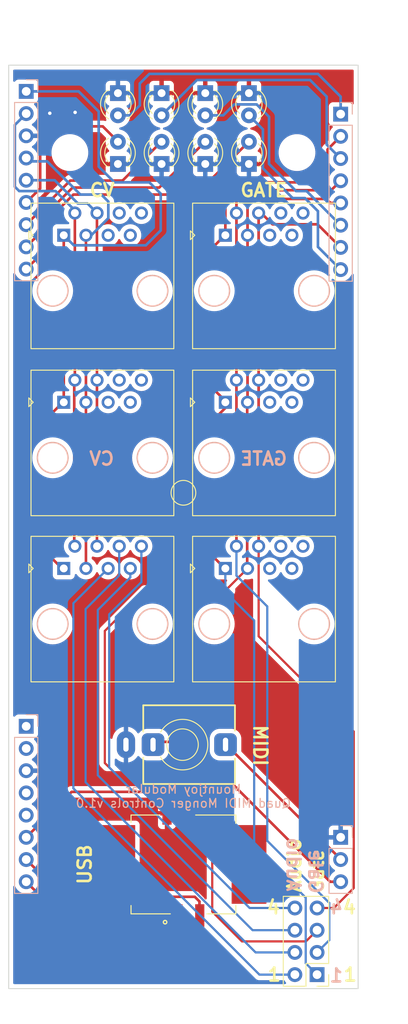
<source format=kicad_pcb>
(kicad_pcb (version 20211014) (generator pcbnew)
  (layers (0 "F.Cu" signal) (31 "B.Cu" signal) (34 "B.Paste" user) (35 "F.Paste" user) (36 "B.SilkS" user "B.Silkscreen") (37 "F.SilkS" user "F.Silkscreen") (38 "B.Mask" user) (39 "F.Mask" user) (44 "Edge.Cuts" user))
  (net 0 "")
  (net 1 "/GATE1_LED_OUT")
  (net 2 "GND")
  (net 3 "/GATE2_LED_OUT")
  (net 4 "/GATE3_LED_OUT")
  (net 5 "/GATE4_LED_OUT")
  (net 6 "/CV1_LED_OUT")
  (net 7 "/CV2_LED_OUT")
  (net 8 "/CV3_LED_OUT")
  (net 9 "/CV4_LED_OUT")
  (net 10 "/CV1_OUT")
  (net 11 "/CV2_OUT")
  (net 12 "/CV3_OUT")
  (net 13 "/CV4_OUT")
  (net 22 "/GATE1_OUT")
  (net 23 "/GATE2_OUT")
  (net 24 "/GATE3_OUT")
  (net 25 "/GATE4_OUT")
  (net 38 "/MIDI_VREF")
  (net 39 "/MIDI_DATA")
  (net 40 "/USB_VBUS")
  (net 41 "/USB_DM")
  (net 42 "/USB_DP")
  (net 45 "/GATE7_OUT")
  (net 46 "/GATE5_OUT")
  (net 47 "/GATE5_LED_OUT")
  (net 48 "/RESET_SWITCH")
  (net 49 "/AUDIO_IN1")
  (net 50 "/AUDIO_IN2")
  (net 51 "/AUDIO_IN3")
  (net 52 "/AUDIO_IN4")
  (footprint "LEDs:LED_D3.0mm" (layer "F.Cu") (at 108.5 47.6 -90)
    (fp_text reference "D1" hide)
    (fp_text value "GATE1")
    (fp_line (start -0.29 -1.236) (end -0.29 -1.08) (layer "F.SilkS") (width 0.12))
    (fp_line (start -0.29 1.08) (end -0.29 1.236) (layer "F.SilkS") (width 0.12))
    (fp_arc (start 2.31113 1.079837) (mid 1.270117 1.5) (end 0.229039 1.08) (layer "F.SilkS") (width 0.12))
    (fp_arc (start 2.942335 1.078608) (mid 1.366487 1.987659) (end -0.29 1.235516) (layer "F.SilkS") (width 0.12))
    (fp_arc (start -0.29 -1.235516) (mid 1.366487 -1.987659) (end 2.942335 -1.078608) (layer "F.SilkS") (width 0.12))
    (fp_arc (start 0.229039 -1.08) (mid 1.270117 -1.5) (end 2.31113 -1.079837) (layer "F.SilkS") (width 0.12))
    (pad "1" thru_hole rect locked (at 0 0 270) (size 1.8 1.8) (drill 0.9) (layers *.Cu *.Mask) (net 2 "GND"))
    (pad "2" thru_hole circle locked (at 2.54 0 270) (size 1.8 1.8) (drill 0.9) (layers *.Cu *.Mask) (net 1 "/GATE1_LED_OUT"))
  )
  (footprint "LEDs:LED_D3.0mm" (layer "F.Cu") (at 113.5 47.6 -90)
    (fp_text reference "D2" hide)
    (fp_text value "GATE2")
    (fp_line (start -0.29 -1.236) (end -0.29 -1.08) (layer "F.SilkS") (width 0.12))
    (fp_line (start -0.29 1.08) (end -0.29 1.236) (layer "F.SilkS") (width 0.12))
    (fp_arc (start -0.29 -1.235516) (mid 1.366487 -1.987659) (end 2.942335 -1.078608) (layer "F.SilkS") (width 0.12))
    (fp_arc (start 2.942335 1.078608) (mid 1.366487 1.987659) (end -0.29 1.235516) (layer "F.SilkS") (width 0.12))
    (fp_arc (start 2.31113 1.079837) (mid 1.270117 1.5) (end 0.229039 1.08) (layer "F.SilkS") (width 0.12))
    (fp_arc (start 0.229039 -1.08) (mid 1.270117 -1.5) (end 2.31113 -1.079837) (layer "F.SilkS") (width 0.12))
    (pad "1" thru_hole rect locked (at 0 0 270) (size 1.8 1.8) (drill 0.9) (layers *.Cu *.Mask) (net 2 "GND"))
    (pad "2" thru_hole circle locked (at 2.54 0 270) (size 1.8 1.8) (drill 0.9) (layers *.Cu *.Mask) (net 3 "/GATE2_LED_OUT"))
  )
  (footprint "LEDs:LED_D3.0mm" (layer "F.Cu") (at 123.5 47.6 -90)
    (fp_text reference "D4" hide)
    (fp_text value "GATE4")
    (fp_line (start -0.29 1.08) (end -0.29 1.236) (layer "F.SilkS") (width 0.12))
    (fp_line (start -0.29 -1.236) (end -0.29 -1.08) (layer "F.SilkS") (width 0.12))
    (fp_arc (start -0.29 -1.235516) (mid 1.366487 -1.987659) (end 2.942335 -1.078608) (layer "F.SilkS") (width 0.12))
    (fp_arc (start 2.942335 1.078608) (mid 1.366487 1.987659) (end -0.29 1.235516) (layer "F.SilkS") (width 0.12))
    (fp_arc (start 2.31113 1.079837) (mid 1.270117 1.5) (end 0.229039 1.08) (layer "F.SilkS") (width 0.12))
    (fp_arc (start 0.229039 -1.08) (mid 1.270117 -1.5) (end 2.31113 -1.079837) (layer "F.SilkS") (width 0.12))
    (pad "1" thru_hole rect locked (at 0 0 270) (size 1.8 1.8) (drill 0.9) (layers *.Cu *.Mask) (net 2 "GND"))
    (pad "2" thru_hole circle locked (at 2.54 0 270) (size 1.8 1.8) (drill 0.9) (layers *.Cu *.Mask) (net 5 "/GATE4_LED_OUT"))
  )
  (footprint "LEDs:LED_D3.0mm" (layer "F.Cu") (at 113.5 55.7 90)
    (fp_text reference "D6" hide)
    (fp_text value "CV2")
    (fp_line (start -0.29 1.08) (end -0.29 1.236) (layer "F.SilkS") (width 0.12))
    (fp_line (start -0.29 -1.236) (end -0.29 -1.08) (layer "F.SilkS") (width 0.12))
    (fp_arc (start 0.229039 -1.08) (mid 1.270117 -1.5) (end 2.31113 -1.079837) (layer "F.SilkS") (width 0.12))
    (fp_arc (start 2.942335 1.078608) (mid 1.366487 1.987659) (end -0.29 1.235516) (layer "F.SilkS") (width 0.12))
    (fp_arc (start 2.31113 1.079837) (mid 1.270117 1.5) (end 0.229039 1.08) (layer "F.SilkS") (width 0.12))
    (fp_arc (start -0.29 -1.235516) (mid 1.366487 -1.987659) (end 2.942335 -1.078608) (layer "F.SilkS") (width 0.12))
    (pad "1" thru_hole rect locked (at 0 0 90) (size 1.8 1.8) (drill 0.9) (layers *.Cu *.Mask) (net 2 "GND"))
    (pad "2" thru_hole circle locked (at 2.54 0 90) (size 1.8 1.8) (drill 0.9) (layers *.Cu *.Mask) (net 7 "/CV2_LED_OUT"))
  )
  (footprint "LEDs:LED_D3.0mm" (layer "F.Cu") (at 118.5 55.7 90)
    (fp_text reference "D7" hide)
    (fp_text value "CV3")
    (fp_line (start -0.29 -1.236) (end -0.29 -1.08) (layer "F.SilkS") (width 0.12))
    (fp_line (start -0.29 1.08) (end -0.29 1.236) (layer "F.SilkS") (width 0.12))
    (fp_arc (start 2.31113 1.079837) (mid 1.270117 1.5) (end 0.229039 1.08) (layer "F.SilkS") (width 0.12))
    (fp_arc (start -0.29 -1.235516) (mid 1.366487 -1.987659) (end 2.942335 -1.078608) (layer "F.SilkS") (width 0.12))
    (fp_arc (start 0.229039 -1.08) (mid 1.270117 -1.5) (end 2.31113 -1.079837) (layer "F.SilkS") (width 0.12))
    (fp_arc (start 2.942335 1.078608) (mid 1.366487 1.987659) (end -0.29 1.235516) (layer "F.SilkS") (width 0.12))
    (pad "1" thru_hole rect locked (at 0 0 90) (size 1.8 1.8) (drill 0.9) (layers *.Cu *.Mask) (net 2 "GND"))
    (pad "2" thru_hole circle locked (at 2.54 0 90) (size 1.8 1.8) (drill 0.9) (layers *.Cu *.Mask) (net 8 "/CV3_LED_OUT"))
  )
  (footprint "LEDs:LED_D3.0mm" (layer "F.Cu") (at 123.5 55.7 90)
    (fp_text reference "D8" hide)
    (fp_text value "CV4")
    (fp_line (start -0.29 -1.236) (end -0.29 -1.08) (layer "F.SilkS") (width 0.12))
    (fp_line (start -0.29 1.08) (end -0.29 1.236) (layer "F.SilkS") (width 0.12))
    (fp_arc (start -0.29 -1.235516) (mid 1.366487 -1.987659) (end 2.942335 -1.078608) (layer "F.SilkS") (width 0.12))
    (fp_arc (start 2.31113 1.079837) (mid 1.270117 1.5) (end 0.229039 1.08) (layer "F.SilkS") (width 0.12))
    (fp_arc (start 0.229039 -1.08) (mid 1.270117 -1.5) (end 2.31113 -1.079837) (layer "F.SilkS") (width 0.12))
    (fp_arc (start 2.942335 1.078608) (mid 1.366487 1.987659) (end -0.29 1.235516) (layer "F.SilkS") (width 0.12))
    (pad "1" thru_hole rect locked (at 0 0 90) (size 1.8 1.8) (drill 0.9) (layers *.Cu *.Mask) (net 2 "GND"))
    (pad "2" thru_hole circle locked (at 2.54 0 90) (size 1.8 1.8) (drill 0.9) (layers *.Cu *.Mask) (net 9 "/CV4_LED_OUT"))
  )
  (footprint "LEDs:LED_D3.0mm" (layer "F.Cu") (at 118.5 47.6 -90)
    (fp_text reference "D3" hide)
    (fp_text value "GATE3")
    (fp_line (start -0.29 -1.236) (end -0.29 -1.08) (layer "F.SilkS") (width 0.12))
    (fp_line (start -0.29 1.08) (end -0.29 1.236) (layer "F.SilkS") (width 0.12))
    (fp_arc (start 2.31113 1.079837) (mid 1.270117 1.5) (end 0.229039 1.08) (layer "F.SilkS") (width 0.12))
    (fp_arc (start 2.942335 1.078608) (mid 1.366487 1.987659) (end -0.29 1.235516) (layer "F.SilkS") (width 0.12))
    (fp_arc (start 0.229039 -1.08) (mid 1.270117 -1.5) (end 2.31113 -1.079837) (layer "F.SilkS") (width 0.12))
    (fp_arc (start -0.29 -1.235516) (mid 1.366487 -1.987659) (end 2.942335 -1.078608) (layer "F.SilkS") (width 0.12))
    (pad "1" thru_hole rect locked (at 0 0 270) (size 1.8 1.8) (drill 0.9) (layers *.Cu *.Mask) (net 2 "GND"))
    (pad "2" thru_hole circle locked (at 2.54 0 270) (size 1.8 1.8) (drill 0.9) (layers *.Cu *.Mask) (net 4 "/GATE3_LED_OUT"))
  )
  (footprint "LEDs:LED_D3.0mm" (layer "F.Cu") (at 108.5 55.7 90)
    (fp_text reference "D5" hide)
    (fp_text value "CV1")
    (fp_line (start -0.29 1.08) (end -0.29 1.236) (layer "F.SilkS") (width 0.12))
    (fp_line (start -0.29 -1.236) (end -0.29 -1.08) (layer "F.SilkS") (width 0.12))
    (fp_arc (start 2.31113 1.079837) (mid 1.270117 1.5) (end 0.229039 1.08) (layer "F.SilkS") (width 0.12))
    (fp_arc (start 0.229039 -1.08) (mid 1.270117 -1.5) (end 2.31113 -1.079837) (layer "F.SilkS") (width 0.12))
    (fp_arc (start -0.29 -1.235516) (mid 1.366487 -1.987659) (end 2.942335 -1.078608) (layer "F.SilkS") (width 0.12))
    (fp_arc (start 2.942335 1.078608) (mid 1.366487 1.987659) (end -0.29 1.235516) (layer "F.SilkS") (width 0.12))
    (pad "1" thru_hole rect locked (at 0 0 90) (size 1.8 1.8) (drill 0.9) (layers *.Cu *.Mask) (net 2 "GND"))
    (pad "2" thru_hole circle locked (at 2.54 0 90) (size 1.8 1.8) (drill 0.9) (layers *.Cu *.Mask) (net 6 "/CV1_LED_OUT"))
  )
  (footprint "Connector_PinHeader_2.54mm:PinHeader_2x04_P2.54mm_Vertical" (layer "F.Cu") (at 131.3 148.4 180)
    (fp_text reference "J9" hide)
    (fp_text value "Conn_02x04_Odd_Even")
    (fp_line (start -1.33 8.95) (end 3.87 8.95) (layer "F.SilkS") (width 0.12))
    (fp_line (start -1.33 1.27) (end 1.27 1.27) (layer "F.SilkS") (width 0.12))
    (fp_line (start -1.33 1.27) (end -1.33 8.95) (layer "F.SilkS") (width 0.12))
    (fp_line (start -1.33 -1.33) (end 0 -1.33) (layer "F.SilkS") (width 0.12))
    (fp_line (start 3.87 -1.33) (end 3.87 8.95) (layer "F.SilkS") (width 0.12))
    (fp_line (start 1.27 1.27) (end 1.27 -1.33) (layer "F.SilkS") (width 0.12))
    (fp_line (start -1.33 0) (end -1.33 -1.33) (layer "F.SilkS") (width 0.12))
    (fp_line (start 1.27 -1.33) (end 3.87 -1.33) (layer "F.SilkS") (width 0.12))
    (pad "1" thru_hole rect (at 0 0 180) (size 1.7 1.7) (drill 1) (layers *.Cu *.Mask) (net 22 "/GATE1_OUT"))
    (pad "2" thru_hole oval (at 2.54 0 180) (size 1.7 1.7) (drill 1) (layers *.Cu *.Mask) (net 49 "/AUDIO_IN1"))
    (pad "3" thru_hole oval (at 0 2.54 180) (size 1.7 1.7) (drill 1) (layers *.Cu *.Mask) (net 23 "/GATE2_OUT"))
    (pad "4" thru_hole oval (at 2.54 2.54 180) (size 1.7 1.7) (drill 1) (layers *.Cu *.Mask) (net 50 "/AUDIO_IN2"))
    (pad "5" thru_hole oval (at 0 5.08 180) (size 1.7 1.7) (drill 1) (layers *.Cu *.Mask) (net 24 "/GATE3_OUT"))
    (pad "6" thru_hole oval (at 2.54 5.08 180) (size 1.7 1.7) (drill 1) (layers *.Cu *.Mask) (net 51 "/AUDIO_IN3"))
    (pad "7" thru_hole oval (at 0 7.62 180) (size 1.7 1.7) (drill 1) (layers *.Cu *.Mask) (net 25 "/GATE4_OUT"))
    (pad "8" thru_hole oval (at 2.54 7.62 180) (size 1.7 1.7) (drill 1) (layers *.Cu *.Mask) (net 52 "/AUDIO_IN4"))
  )
  (footprint "Custom_Footprints:RJ45_Molex_42878-8506" (layer "F.Cu") (at 106.7 106.6)
    (fp_text reference "J3" hide)
    (fp_text value "CV_Out")
    (fp_line (start 8.2 8.32) (end -8.15 8.32) (layer "F.SilkS") (width 0.12))
    (fp_line (start -8.4 -4.15) (end -7.9 -4.65) (layer "F.SilkS") (width 0.12))
    (fp_line (start 8.2 -8.32) (end 8.2 8.32) (layer "F.SilkS") (width 0.12))
    (fp_line (start -8.4 -5.15) (end -8.4 -4.15) (layer "F.SilkS") (width 0.12))
    (fp_line (start -8.15 -8.32) (end -8.15 8.32) (layer "F.SilkS") (width 0.12))
    (fp_line (start 8.2 -8.32) (end -8.15 -8.32) (layer "F.SilkS") (width 0.12))
    (fp_line (start -7.9 -4.65) (end -8.4 -5.15) (layer "F.SilkS") (width 0.12))
    (pad "" np_thru_hole circle (at 5.76 1.7) (size 3.65 3.65) (drill 3.33) (layers F&B.Cu *.SilkS *.Mask))
    (pad "" np_thru_hole circle (at -5.67 1.7) (size 3.65 3.65) (drill 3.33) (layers F&B.Cu *.SilkS *.Mask))
    (pad "1" thru_hole rect (at -4.4 -4.65) (size 1.5 1.5) (drill 0.9) (layers *.Cu *.Mask) (net 10 "/CV1_OUT"))
    (pad "2" thru_hole circle (at -3.13 -7.19) (size 1.5 1.5) (drill 0.9) (layers *.Cu *.Mask) (net 11 "/CV2_OUT"))
    (pad "3" thru_hole circle (at -1.86 -4.65) (size 1.5 1.5) (drill 0.9) (layers *.Cu *.Mask) (net 12 "/CV3_OUT"))
    (pad "4" thru_hole circle (at -0.59 -7.19) (size 1.5 1.5) (drill 0.9) (layers *.Cu *.Mask) (net 13 "/CV4_OUT"))
    (pad "5" thru_hole circle (at 0.68 -4.65) (size 1.5 1.5) (drill 0.9) (layers *.Cu *.Mask) (net 49 "/AUDIO_IN1"))
    (pad "6" thru_hole circle (at 1.95 -7.19) (size 1.5 1.5) (drill 0.9) (layers *.Cu *.Mask) (net 50 "/AUDIO_IN2"))
    (pad "7" thru_hole circle (at 3.22 -4.65) (size 1.5 1.5) (drill 0.9) (layers *.Cu *.Mask) (net 51 "/AUDIO_IN3"))
    (pad "8" thru_hole circle (at 4.49 -7.19) (size 1.5 1.5) (drill 0.9) (layers *.Cu *.Mask) (net 52 "/AUDIO_IN4"))
  )
  (footprint "Custom_Footprints:RJ45_Molex_42878-8506" (layer "F.Cu") (at 125.2 68.5)
    (fp_text reference "J4" hide)
    (fp_text value "Gate_Out")
    (fp_line (start -8.15 -8.32) (end -8.15 8.32) (layer "F.SilkS") (width 0.12))
    (fp_line (start -7.9 -4.65) (end -8.4 -5.15) (layer "F.SilkS") (width 0.12))
    (fp_line (start -8.4 -5.15) (end -8.4 -4.15) (layer "F.SilkS") (width 0.12))
    (fp_line (start -8.4 -4.15) (end -7.9 -4.65) (layer "F.SilkS") (width 0.12))
    (fp_line (start 8.2 -8.32) (end -8.15 -8.32) (layer "F.SilkS") (width 0.12))
    (fp_line (start 8.2 8.32) (end -8.15 8.32) (layer "F.SilkS") (width 0.12))
    (fp_line (start 8.2 -8.32) (end 8.2 8.32) (layer "F.SilkS") (width 0.12))
    (pad "" np_thru_hole circle (at 5.76 1.7) (size 3.65 3.65) (drill 3.33) (layers F&B.Cu *.SilkS *.Mask))
    (pad "" np_thru_hole circle (at -5.67 1.7) (size 3.65 3.65) (drill 3.33) (layers F&B.Cu *.SilkS *.Mask))
    (pad "1" thru_hole rect (at -4.4 -4.65) (size 1.5 1.5) (drill 0.9) (layers *.Cu *.Mask) (net 22 "/GATE1_OUT"))
    (pad "2" thru_hole circle (at -3.13 -7.19) (size 1.5 1.5) (drill 0.9) (layers *.Cu *.Mask) (net 23 "/GATE2_OUT"))
    (pad "3" thru_hole circle (at -1.86 -4.65) (size 1.5 1.5) (drill 0.9) (layers *.Cu *.Mask) (net 24 "/GATE3_OUT"))
    (pad "4" thru_hole circle (at -0.59 -7.19) (size 1.5 1.5) (drill 0.9) (layers *.Cu *.Mask) (net 25 "/GATE4_OUT"))
    (pad "5" thru_hole circle (at 0.68 -4.65) (size 1.5 1.5) (drill 0.9) (layers *.Cu *.Mask))
    (pad "6" thru_hole circle (at 1.95 -7.19) (size 1.5 1.5) (drill 0.9) (layers *.Cu *.Mask))
    (pad "7" thru_hole circle (at 3.22 -4.65) (size 1.5 1.5) (drill 0.9) (layers *.Cu *.Mask))
    (pad "8" thru_hole circle (at 4.49 -7.19) (size 1.5 1.5) (drill 0.9) (layers *.Cu *.Mask))
  )
  (footprint "Custom_Footprints:RJ45_Molex_42878-8506" (layer "F.Cu") (at 125.2 87.6)
    (fp_text reference "J5" hide)
    (fp_text value "Gate_Out")
    (fp_line (start 8.2 -8.32) (end 8.2 8.32) (layer "F.SilkS") (width 0.12))
    (fp_line (start 8.2 8.32) (end -8.15 8.32) (layer "F.SilkS") (width 0.12))
    (fp_line (start -8.4 -4.15) (end -7.9 -4.65) (layer "F.SilkS") (width 0.12))
    (fp_line (start -8.15 -8.32) (end -8.15 8.32) (layer "F.SilkS") (width 0.12))
    (fp_line (start -7.9 -4.65) (end -8.4 -5.15) (layer "F.SilkS") (width 0.12))
    (fp_line (start -8.4 -5.15) (end -8.4 -4.15) (layer "F.SilkS") (width 0.12))
    (fp_line (start 8.2 -8.32) (end -8.15 -8.32) (layer "F.SilkS") (width 0.12))
    (pad "" np_thru_hole circle (at 5.76 1.7) (size 3.65 3.65) (drill 3.33) (layers F&B.Cu *.SilkS *.Mask))
    (pad "" np_thru_hole circle (at -5.67 1.7) (size 3.65 3.65) (drill 3.33) (layers F&B.Cu *.SilkS *.Mask))
    (pad "1" thru_hole rect (at -4.4 -4.65) (size 1.5 1.5) (drill 0.9) (layers *.Cu *.Mask) (net 22 "/GATE1_OUT"))
    (pad "2" thru_hole circle (at -3.13 -7.19) (size 1.5 1.5) (drill 0.9) (layers *.Cu *.Mask) (net 23 "/GATE2_OUT"))
    (pad "3" thru_hole circle (at -1.86 -4.65) (size 1.5 1.5) (drill 0.9) (layers *.Cu *.Mask) (net 24 "/GATE3_OUT"))
    (pad "4" thru_hole circle (at -0.59 -7.19) (size 1.5 1.5) (drill 0.9) (layers *.Cu *.Mask) (net 25 "/GATE4_OUT"))
    (pad "5" thru_hole circle (at 0.68 -4.65) (size 1.5 1.5) (drill 0.9) (layers *.Cu *.Mask))
    (pad "6" thru_hole circle (at 1.95 -7.19) (size 1.5 1.5) (drill 0.9) (layers *.Cu *.Mask))
    (pad "7" thru_hole circle (at 3.22 -4.65) (size 1.5 1.5) (drill 0.9) (layers *.Cu *.Mask))
    (pad "8" thru_hole circle (at 4.49 -7.19) (size 1.5 1.5) (drill 0.9) (layers *.Cu *.Mask))
  )
  (footprint "Custom_Footprints:RJ45_Molex_42878-8506" (layer "F.Cu") (at 125.2 106.6)
    (fp_text reference "J6" hide)
    (fp_text value "Gate_Out")
    (fp_line (start 8.2 -8.32) (end -8.15 -8.32) (layer "F.SilkS") (width 0.12))
    (fp_line (start -8.4 -5.15) (end -8.4 -4.15) (layer "F.SilkS") (width 0.12))
    (fp_line (start -8.4 -4.15) (end -7.9 -4.65) (layer "F.SilkS") (width 0.12))
    (fp_line (start -7.9 -4.65) (end -8.4 -5.15) (layer "F.SilkS") (width 0.12))
    (fp_line (start 8.2 -8.32) (end 8.2 8.32) (layer "F.SilkS") (width 0.12))
    (fp_line (start -8.15 -8.32) (end -8.15 8.32) (layer "F.SilkS") (width 0.12))
    (fp_line (start 8.2 8.32) (end -8.15 8.32) (layer "F.SilkS") (width 0.12))
    (pad "" np_thru_hole circle (at 5.76 1.7) (size 3.65 3.65) (drill 3.33) (layers F&B.Cu *.SilkS *.Mask))
    (pad "" np_thru_hole circle (at -5.67 1.7) (size 3.65 3.65) (drill 3.33) (layers F&B.Cu *.SilkS *.Mask))
    (pad "1" thru_hole rect (at -4.4 -4.65) (size 1.5 1.5) (drill 0.9) (layers *.Cu *.Mask) (net 22 "/GATE1_OUT"))
    (pad "2" thru_hole circle (at -3.13 -7.19) (size 1.5 1.5) (drill 0.9) (layers *.Cu *.Mask) (net 23 "/GATE2_OUT"))
    (pad "3" thru_hole circle (at -1.86 -4.65) (size 1.5 1.5) (drill 0.9) (layers *.Cu *.Mask) (net 24 "/GATE3_OUT"))
    (pad "4" thru_hole circle (at -0.59 -7.19) (size 1.5 1.5) (drill 0.9) (layers *.Cu *.Mask) (net 25 "/GATE4_OUT"))
    (pad "5" thru_hole circle (at 0.68 -4.65) (size 1.5 1.5) (drill 0.9) (layers *.Cu *.Mask))
    (pad "6" thru_hole circle (at 1.95 -7.19) (size 1.5 1.5) (drill 0.9) (layers *.Cu *.Mask))
    (pad "7" thru_hole circle (at 3.22 -4.65) (size 1.5 1.5) (drill 0.9) (layers *.Cu *.Mask))
    (pad "8" thru_hole circle (at 4.49 -7.19) (size 1.5 1.5) (drill 0.9) (layers *.Cu *.Mask))
  )
  (footprint "Custom_Footprints:RJ45_Molex_42878-8506" (layer "F.Cu") (at 106.7 87.6)
    (fp_text reference "J2" hide)
    (fp_text value "CV_Out")
    (fp_line (start -8.4 -5.15) (end -8.4 -4.15) (layer "F.SilkS") (width 0.12))
    (fp_line (start -8.15 -8.32) (end -8.15 8.32) (layer "F.SilkS") (width 0.12))
    (fp_line (start 8.2 -8.32) (end -8.15 -8.32) (layer "F.SilkS") (width 0.12))
    (fp_line (start 8.2 -8.32) (end 8.2 8.32) (layer "F.SilkS") (width 0.12))
    (fp_line (start 8.2 8.32) (end -8.15 8.32) (layer "F.SilkS") (width 0.12))
    (fp_line (start -7.9 -4.65) (end -8.4 -5.15) (layer "F.SilkS") (width 0.12))
    (fp_line (start -8.4 -4.15) (end -7.9 -4.65) (layer "F.SilkS") (width 0.12))
    (pad "" np_thru_hole circle (at -5.67 1.7) (size 3.65 3.65) (drill 3.33) (layers F&B.Cu *.SilkS *.Mask))
    (pad "" np_thru_hole circle (at 5.76 1.7) (size 3.65 3.65) (drill 3.33) (layers F&B.Cu *.SilkS *.Mask))
    (pad "1" thru_hole rect (at -4.4 -4.65) (size 1.5 1.5) (drill 0.9) (layers *.Cu *.Mask) (net 10 "/CV1_OUT"))
    (pad "2" thru_hole circle (at -3.13 -7.19) (size 1.5 1.5) (drill 0.9) (layers *.Cu *.Mask) (net 11 "/CV2_OUT"))
    (pad "3" thru_hole circle (at -1.86 -4.65) (size 1.5 1.5) (drill 0.9) (layers *.Cu *.Mask) (net 12 "/CV3_OUT"))
    (pad "4" thru_hole circle (at -0.59 -7.19) (size 1.5 1.5) (drill 0.9) (layers *.Cu *.Mask) (net 13 "/CV4_OUT"))
    (pad "5" thru_hole circle (at 0.68 -4.65) (size 1.5 1.5) (drill 0.9) (layers *.Cu *.Mask))
    (pad "6" thru_hole circle (at 1.95 -7.19) (size 1.5 1.5) (drill 0.9) (layers *.Cu *.Mask))
    (pad "7" thru_hole circle (at 3.22 -4.65) (size 1.5 1.5) (drill 0.9) (layers *.Cu *.Mask))
    (pad "8" thru_hole circle (at 4.49 -7.19) (size 1.5 1.5) (drill 0.9) (layers *.Cu *.Mask))
  )
  (footprint "Custom_Footprints:RJ45_Molex_42878-8506" (layer "F.Cu") (at 106.7 68.5)
    (fp_text reference "J1" hide)
    (fp_text value "CV_Out")
    (fp_line (start 8.2 -8.32) (end -8.15 -8.32) (layer "F.SilkS") (width 0.12))
    (fp_line (start -8.4 -4.15) (end -7.9 -4.65) (layer "F.SilkS") (width 0.12))
    (fp_line (start -8.15 -8.32) (end -8.15 8.32) (layer "F.SilkS") (width 0.12))
    (fp_line (start -7.9 -4.65) (end -8.4 -5.15) (layer "F.SilkS") (width 0.12))
    (fp_line (start -8.4 -5.15) (end -8.4 -4.15) (layer "F.SilkS") (width 0.12))
    (fp_line (start 8.2 -8.32) (end 8.2 8.32) (layer "F.SilkS") (width 0.12))
    (fp_line (start 8.2 8.32) (end -8.15 8.32) (layer "F.SilkS") (width 0.12))
    (pad "" np_thru_hole circle (at 5.76 1.7) (size 3.65 3.65) (drill 3.33) (layers F&B.Cu *.SilkS *.Mask))
    (pad "" np_thru_hole circle (at -5.67 1.7) (size 3.65 3.65) (drill 3.33) (layers F&B.Cu *.SilkS *.Mask))
    (pad "1" thru_hole rect (at -4.4 -4.65) (size 1.5 1.5) (drill 0.9) (layers *.Cu *.Mask) (net 10 "/CV1_OUT"))
    (pad "2" thru_hole circle (at -3.13 -7.19) (size 1.5 1.5) (drill 0.9) (layers *.Cu *.Mask) (net 11 "/CV2_OUT"))
    (pad "3" thru_hole circle (at -1.86 -4.65) (size 1.5 1.5) (drill 0.9) (layers *.Cu *.Mask) (net 12 "/CV3_OUT"))
    (pad "4" thru_hole circle (at -0.59 -7.19) (size 1.5 1.5) (drill 0.9) (layers *.Cu *.Mask) (net 13 "/CV4_OUT"))
    (pad "5" thru_hole circle (at 0.68 -4.65) (size 1.5 1.5) (drill 0.9) (layers *.Cu *.Mask))
    (pad "6" thru_hole circle (at 1.95 -7.19) (size 1.5 1.5) (drill 0.9) (layers *.Cu *.Mask))
    (pad "7" thru_hole circle (at 3.22 -4.65) (size 1.5 1.5) (drill 0.9) (layers *.Cu *.Mask))
    (pad "8" thru_hole circle (at 4.49 -7.19) (size 1.5 1.5) (drill 0.9) (layers *.Cu *.Mask))
  )
  (footprint "Custom_Footprints:USB_TE_1734517-1" (layer "F.Cu") (at 116 135.8 180)
    (fp_text reference "J8" hide)
    (fp_text value "USB_B_Micro")
    (fp_line (start -6 5.65) (end -1.4 5.65) (layer "F.SilkS") (width 0.127))
    (fp_line (start 1.5 -5.65) (end 6 -5.65) (layer "F.SilkS") (width 0.127))
    (fp_line (start -2.7 -5.65) (end -6 -5.65) (layer "F.SilkS") (width 0.127))
    (fp_line (start 6 5.65) (end 2.7 5.65) (layer "F.SilkS") (width 0.127))
    (fp_line (start 6 -5.65) (end 6 -4.7) (layer "F.SilkS") (width 0.127))
    (fp_line (start 6 4.8) (end 6 5.65) (layer "F.SilkS") (width 0.127))
    (fp_line (start -6 4.7) (end -6 5.65) (layer "F.SilkS") (width 0.127))
    (fp_line (start -6 -5.65) (end -6 -4.7) (layer "F.SilkS") (width 0.127))
    (fp_circle (center 2.1 -6.6) (end 2.3 -6.6) (layer "F.SilkS") (width 0.1524) (fill none))
    (pad "1" smd rect (at 0.63 -5.85 180) (size 1.05 2.6) (layers "F.Cu" "F.Paste" "F.Mask") (net 40 "/USB_VBUS"))
    (pad "2" smd rect (at -1.87 -5.85 180) (size 1.05 2.6) (layers "F.Cu" "F.Paste" "F.Mask") (net 41 "/USB_DM"))
    (pad "3" smd rect (at -0.62 5.85 180) (size 1.05 2.6) (layers "F.Cu" "F.Paste" "F.Mask") (net 42 "/USB_DP"))
    (pad "4" smd rect (at 1.88 5.85 180) (size 1.05 2.6) (layers "F.Cu" "F.Paste" "F.Mask") (net 2 "GND"))
    (pad "5" smd rect (at -7.51 0 180) (size 3.98 9) (layers "F.Cu" "F.Paste" "F.Mask"))
    (pad "6" smd rect (at 7.51 0 180) (size 3.98 9) (layers "F.Cu" "F.Paste" "F.Mask"))
  )
  (footprint "MountingHole:MountingHole_3.2mm_M3_ISO14580" (layer "F.Cu") (at 103 54.4)
    (fp_text reference "H1" hide)
    (fp_text value "MountingHole")
    (pad "" np_thru_hole circle (at 0 0) (size 3.2 3.2) (drill 3.2) (layers *.Cu *.Mask))
  )
  (footprint "Custom_Footprints:Thonkiconn_Stereo-PJ366ST" (layer "F.Cu") (at 115.9 122.1 -90)
    (fp_text reference "J7" hide)
    (fp_text value "Midi_In")
    (fp_line (start 1.6 -6) (end 4.5 -6) (layer "F.SilkS") (width 0.2))
    (fp_line (start 4.5 4.5) (end 4.5 -6) (layer "F.SilkS") (width 0.2))
    (fp_line (start 1.5 4.5) (end 4.5 4.5) (layer "F.SilkS") (width 0.2))
    (fp_line (start -4.5 4.5) (end -4.5 -6) (layer "F.SilkS") (width 0.2))
    (fp_line (start -4.5 -6) (end -1.6 -6) (layer "F.SilkS") (width 0.2))
    (fp_line (start -4.5 4.5) (end -1.5 4.5) (layer "F.SilkS") (width 0.2))
    (fp_arc (start -1.45 2.5) (mid 0.026683 -2.886919) (end 1.403542 2.526375) (layer "F.SilkS") (width 0.12))
    (fp_circle (center 0 0) (end -1.8 0) (layer "F.SilkS") (width 0.12) (fill none))
    (pad "R" thru_hole roundrect (at 0 3.38 270) (size 2.6 2.6) (drill oval 1.6 0.6) (layers *.Cu *.Mask) (net 38 "/MIDI_VREF"))
    (pad "S" thru_hole oval (at 0 6.48 270) (size 3.1 2.1) (drill oval 1.6 0.6) (layers *.Cu *.Mask) (net 2 "GND"))
    (pad "T" thru_hole roundrect (at 0 -4.92 270) (size 2.6 2.6) (drill oval 1.6 0.6) (layers *.Cu *.Mask) (net 39 "/MIDI_DATA"))
  )
  (footprint "MountingHole:MountingHole_3.2mm_M3_ISO14580" (layer "F.Cu") (at 129 54.4)
    (fp_text reference "H2" hide)
    (fp_text value "MountingHole")
    (pad "" np_thru_hole circle (at 0 0) (size 3.2 3.2) (drill 3.2) (layers *.Cu *.Mask))
  )
  (footprint "Custom_Footprints:3D_Dummy" (layer "F.Cu") (at 116 93.3)
    (fp_text reference "D9" hide)
    (fp_text value "3d_Model_Dummy")
    (fp_circle (center 0 0) (end 1.414214 0) (layer "F.SilkS") (width 0.12) (fill none))
  )
  (footprint "Socket_Strips:Socket_Strip_Straight_1x08_Pitch2.54mm" (layer "B.Cu") (at 134 50 180)
    (fp_text reference "J21" hide)
    (fp_text value "Conn_01x08_Female" hide)
    (fp_line (start -1.33 -1.27) (end -1.33 -19.11) (layer "B.SilkS") (width 0.12))
    (fp_line (start -1.33 1.33) (end 0 1.33) (layer "B.SilkS") (width 0.12))
    (fp_line (start -1.33 -19.11) (end 1.33 -19.11) (layer "B.SilkS") (width 0.12))
    (fp_line (start 1.33 -19.11) (end 1.33 -1.27) (layer "B.SilkS") (width 0.12))
    (fp_line (start -1.33 0) (end -1.33 1.33) (layer "B.SilkS") (width 0.12))
    (fp_line (start 1.33 -1.27) (end -1.33 -1.27) (layer "B.SilkS") (width 0.12))
    (pad "1" thru_hole rect locked (at 0 0 180) (size 1.7 1.7) (drill 1) (layers *.Cu *.Mask) (net 1 "/GATE1_LED_OUT"))
    (pad "2" thru_hole oval locked (at 0 -2.54 180) (size 1.7 1.7) (drill 1) (layers *.Cu *.Mask) (net 22 "/GATE1_OUT"))
    (pad "3" thru_hole oval locked (at 0 -5.08 180) (size 1.7 1.7) (drill 1) (layers *.Cu *.Mask) (net 3 "/GATE2_LED_OUT"))
    (pad "4" thru_hole oval locked (at 0 -7.62 180) (size 1.7 1.7) (drill 1) (layers *.Cu *.Mask) (net 23 "/GATE2_OUT"))
    (pad "5" thru_hole oval locked (at 0 -10.16 180) (size 1.7 1.7) (drill 1) (layers *.Cu *.Mask) (net 24 "/GATE3_OUT"))
    (pad "6" thru_hole oval locked (at 0 -12.7 180) (size 1.7 1.7) (drill 1) (layers *.Cu *.Mask) (net 4 "/GATE3_LED_OUT"))
    (pad "7" thru_hole oval locked (at 0 -15.24 180) (size 1.7 1.7) (drill 1) (layers *.Cu *.Mask) (net 25 "/GATE4_OUT"))
    (pad "8" thru_hole oval locked (at 0 -17.78 180) (size 1.7 1.7) (drill 1) (layers *.Cu *.Mask) (net 5 "/GATE4_LED_OUT"))
  )
  (footprint "Socket_Strips:Socket_Strip_Straight_1x08_Pitch2.54mm" (layer "B.Cu") (at 98 120 180)
    (fp_text reference "J22" hide)
    (fp_text value "Conn_01x08_Female" hide)
    (fp_line (start 1.33 -19.11) (end 1.33 -1.27) (layer "B.SilkS") (width 0.12))
    (fp_line (start -1.33 -1.27) (end -1.33 -19.11) (layer "B.SilkS") (width 0.12))
    (fp_line (start -1.33 0) (end -1.33 1.33) (layer "B.SilkS") (width 0.12))
    (fp_line (start -1.33 -19.11) (end 1.33 -19.11) (layer "B.SilkS") (width 0.12))
    (fp_line (start -1.33 1.33) (end 0 1.33) (layer "B.SilkS") (width 0.12))
    (fp_line (start 1.33 -1.27) (end -1.33 -1.27) (layer "B.SilkS") (width 0.12))
    (pad "1" thru_hole rect locked (at 0 0 180) (size 1.7 1.7) (drill 1) (layers *.Cu *.Mask) (net 48 "/RESET_SWITCH"))
    (pad "2" thru_hole oval locked (at 0 -2.54 180) (size 1.7 1.7) (drill 1) (layers *.Cu *.Mask) (net 47 "/GATE5_LED_OUT"))
    (pad "3" thru_hole oval locked (at 0 -5.08 180) (size 1.7 1.7) (drill 1) (layers *.Cu *.Mask) (net 2 "GND"))
    (pad "4" thru_hole oval locked (at 0 -7.62 180) (size 1.7 1.7) (drill 1) (layers *.Cu *.Mask) (net 46 "/GATE5_OUT"))
    (pad "5" thru_hole oval locked (at 0 -10.16 180) (size 1.7 1.7) (drill 1) (layers *.Cu *.Mask) (net 45 "/GATE7_OUT"))
    (pad "6" thru_hole oval locked (at 0 -12.7 180) (size 1.7 1.7) (drill 1) (layers *.Cu *.Mask) (net 42 "/USB_DP"))
    (pad "7" thru_hole oval locked (at 0 -15.24 180) (size 1.7 1.7) (drill 1) (layers *.Cu *.Mask) (net 41 "/USB_DM"))
    (pad "8" thru_hole oval locked (at 0 -17.78 180) (size 1.7 1.7) (drill 1) (layers *.Cu *.Mask) (net 40 "/USB_VBUS"))
  )
  (footprint "Socket_Strips:Socket_Strip_Straight_1x09_Pitch2.54mm" (layer "B.Cu") (at 98 47.4 180)
    (fp_text reference "J20" hide)
    (fp_text value "Conn_01x09_Female" hide)
    (fp_line (start 1.33 -1.27) (end -1.33 -1.27) (layer "B.SilkS") (width 0.12))
    (fp_line (start -1.33 0) (end -1.33 1.33) (layer "B.SilkS") (width 0.12))
    (fp_line (start 1.33 -21.65) (end 1.33 -1.27) (layer "B.SilkS") (width 0.12))
    (fp_line (start -1.33 -21.65) (end 1.33 -21.65) (layer "B.SilkS") (width 0.12))
    (fp_line (start -1.33 -1.27) (end -1.33 -21.65) (layer "B.SilkS") (width 0.12))
    (fp_line (start -1.33 1.33) (end 0 1.33) (layer "B.SilkS") (width 0.12))
    (pad "1" thru_hole rect locked (at 0 0 180) (size 1.7 1.7) (drill 1) (layers *.Cu *.Mask) (net 10 "/CV1_OUT"))
    (pad "2" thru_hole oval locked (at 0 -2.54 180) (size 1.7 1.7) (drill 1) (layers *.Cu *.Mask) (net 11 "/CV2_OUT"))
    (pad "3" thru_hole oval locked (at 0 -5.08 180) (size 1.7 1.7) (drill 1) (layers *.Cu *.Mask) (net 2 "GND"))
    (pad "4" thru_hole oval locked (at 0 -7.62 180) (size 1.7 1.7) (drill 1) (layers *.Cu *.Mask) (net 12 "/CV3_OUT"))
    (pad "5" thru_hole oval locked (at 0 -10.16 180) (size 1.7 1.7) (drill 1) (layers *.Cu *.Mask) (net 13 "/CV4_OUT"))
    (pad "6" thru_hole oval locked (at 0 -12.7 180) (size 1.7 1.7) (drill 1) (layers *.Cu *.Mask) (net 6 "/CV1_LED_OUT"))
    (pad "7" thru_hole oval locked (at 0 -15.24 180) (size 1.7 1.7) (drill 1) (layers *.Cu *.Mask) (net 7 "/CV2_LED_OUT"))
    (pad "8" thru_hole oval locked (at 0 -17.78 180) (size 1.7 1.7) (drill 1) (layers *.Cu *.Mask) (net 8 "/CV3_LED_OUT"))
    (pad "9" thru_hole oval locked (at 0 -20.32 180) (size 1.7 1.7) (drill 1) (layers *.Cu *.Mask) (net 9 "/CV4_LED_OUT"))
  )
  (footprint "Connector_PinHeader_2.54mm:PinHeader_1x03_P2.54mm_Vertical" (layer "B.Cu") (at 134 132.7 180)
    (fp_text reference "J23" hide)
    (fp_text value "Conn_01x03_Female")
    (fp_line (start 1.33 -1.27) (end 1.33 -6.41) (layer "B.SilkS") (width 0.12))
    (fp_line (start -1.33 -1.27) (end 1.33 -1.27) (layer "B.SilkS") (width 0.12))
    (fp_line (start -1.33 1.33) (end 0 1.33) (layer "B.SilkS") (width 0.12))
    (fp_line (start -1.33 -6.41) (end 1.33 -6.41) (layer "B.SilkS") (width 0.12))
    (fp_line (start -1.33 -1.27) (end -1.33 -6.41) (layer "B.SilkS") (width 0.12))
    (fp_line (start -1.33 0) (end -1.33 1.33) (layer "B.SilkS") (width 0.12))
    (pad "1" thru_hole rect (at 0 0 180) (size 1.7 1.7) (drill 1) (layers *.Cu *.Mask) (net 2 "GND"))
    (pad "2" thru_hole oval (at 0 -2.54 180) (size 1.7 1.7) (drill 1) (layers *.Cu *.Mask) (net 39 "/MIDI_DATA"))
    (pad "3" thru_hole oval (at 0 -5.08 180) (size 1.7 1.7) (drill 1) (layers *.Cu *.Mask) (net 38 "/MIDI_VREF"))
  )
  (gr_rect locked (start 96 44.4) (end 136 150) (layer "Edge.Cuts") (width 0.1) (fill none))
  (gr_text "CV" (at 106.65 89.4) (layer "B.SilkS") (effects (font (size 1.5 1.5) (thickness 0.3)) (justify mirror)))
  (gr_text "Gate" (at 131.1 136.6 -90) (layer "B.SilkS") (effects (font (size 1.5 1.5) (thickness 0.3)) (justify mirror)))
  (gr_text "1" (at 133.5 148.5) (layer "B.SilkS") (effects (font (size 1.5 1.5) (thickness 0.3)) (justify mirror)))
  (gr_text "Mountjoy Modular\nQuad MIDI Monger Controls v1.0" (at 116 128) (layer "B.SilkS") (effects (font (size 1 1)) (justify mirror)))
  (gr_text "Audio" (at 128.6 135.8 -90) (layer "B.SilkS") (effects (font (size 1.5 1.5) (thickness 0.3)) (justify mirror)))
  (gr_text "4" (at 133.5 140.7) (layer "B.SilkS") (effects (font (size 1.5 1.5) (thickness 0.3)) (justify mirror)))
  (gr_text "GATE" (at 125.2 89.4) (layer "B.SilkS") (effects (font (size 1.5 1.5) (thickness 0.3)) (justify mirror)))
  (gr_text "USB" (at 104.7 135.8 90) (layer "F.SilkS") (effects (font (size 1.5 1.5) (thickness 0.3))))
  (gr_text "Audio" (at 128.7 135.9 90) (layer "F.SilkS") (effects (font (size 1.5 1.5) (thickness 0.3))))
  (gr_text "GATE" (at 125.2 58.7) (layer "F.SilkS") (effects (font (size 1.5 1.5) (thickness 0.3))))
  (gr_text "4" (at 126.3 140.7) (layer "F.SilkS") (effects (font (size 1.5 1.5) (thickness 0.3))))
  (gr_text "1" (at 135.1 148.4) (layer "F.SilkS") (effects (font (size 1.5 1.5) (thickness 0.3))))
  (gr_text "4" (at 135 140.7) (layer "F.SilkS") (effects (font (size 1.5 1.5) (thickness 0.3))))
  (gr_text "Gate" (at 131.3 136.6 90) (layer "F.SilkS") (effects (font (size 1.5 1.5) (thickness 0.3))))
  (gr_text "MIDI" (at 124.8 122.2 270) (layer "F.SilkS") (effects (font (size 1.5 1.5) (thickness 0.3))))
  (gr_text "CV" (at 106.7 58.7) (layer "F.SilkS") (effects (font (size 1.5 1.5) (thickness 0.3))))
  (gr_text "1" (at 126.4 148.4) (layer "F.SilkS") (effects (font (size 1.5 1.5) (thickness 0.3))))
  (segment (start 131.4 45.4) (end 134 48) (width 0.3) (layer "B.Cu") (net 1))
  (segment (start 109.86 50.14) (end 111 49) (width 0.3) (layer "B.Cu") (net 1))
  (segment (start 112.1 45.4) (end 131.4 45.4) (width 0.3) (layer "B.Cu") (net 1))
  (segment (start 108.5 50.14) (end 109.86 50.14) (width 0.3) (layer "B.Cu") (net 1))
  (segment (start 111 49) (end 111 46.5) (width 0.3) (layer "B.Cu") (net 1))
  (segment (start 134 48) (end 134 50) (width 0.3) (layer "B.Cu") (net 1))
  (segment (start 111 46.5) (end 112.1 45.4) (width 0.3) (layer "B.Cu") (net 1))
  (via (at 100.7 49.9) (size 0.8) (drill 0.4) (layers "F.Cu" "B.Cu") (net 2))
  (via (at 103.6 49.8) (size 0.8) (drill 0.4) (layers "F.Cu" "B.Cu") (net 2))
  (segment (start 132.4 48) (end 130.5 46.1) (width 0.3) (layer "B.Cu") (net 3))
  (segment (start 130.5 46.1) (end 117.54 46.1) (width 0.3) (layer "B.Cu") (net 3))
  (segment (start 134 55.08) (end 132.4 53.48) (width 0.3) (layer "B.Cu") (net 3))
  (segment (start 117.54 46.1) (end 113.5 50.14) (width 0.3) (layer "B.Cu") (net 3))
  (segment (start 132.4 53.48) (end 132.4 48) (width 0.3) (layer "B.Cu") (net 3))
  (segment (start 121.81 48.89) (end 124.39 48.89) (width 0.3) (layer "B.Cu") (net 4))
  (segment (start 118.5 50.14) (end 120.56 50.14) (width 0.3) (layer "B.Cu") (net 4))
  (segment (start 128.9 58.8) (end 130.1 58.8) (width 0.3) (layer "B.Cu") (net 4))
  (segment (start 125.8 50.3) (end 125.8 55.7) (width 0.3) (layer "B.Cu") (net 4))
  (segment (start 120.56 50.14) (end 121.81 48.89) (width 0.3) (layer "B.Cu") (net 4))
  (segment (start 124.39 48.89) (end 125.8 50.3) (width 0.3) (layer "B.Cu") (net 4))
  (segment (start 130.1 58.8) (end 134 62.7) (width 0.3) (layer "B.Cu") (net 4))
  (segment (start 125.8 55.7) (end 128.9 58.8) (width 0.3) (layer "B.Cu") (net 4))
  (segment (start 125.1 51.74) (end 125.1 56.2) (width 0.3) (layer "B.Cu") (net 5))
  (segment (start 131.4 65.18) (end 134 67.78) (width 0.3) (layer "B.Cu") (net 5))
  (segment (start 123.5 50.14) (end 125.1 51.74) (width 0.3) (layer "B.Cu") (net 5))
  (segment (start 125.1 56.2) (end 128.5 59.6) (width 0.3) (layer "B.Cu") (net 5))
  (segment (start 131.4 61.1) (end 131.4 65.18) (width 0.3) (layer "B.Cu") (net 5))
  (segment (start 129.9 59.6) (end 131.4 61.1) (width 0.3) (layer "B.Cu") (net 5))
  (segment (start 128.5 59.6) (end 129.9 59.6) (width 0.3) (layer "B.Cu") (net 5))
  (segment (start 99.6 58.5) (end 99.6 53) (width 0.3) (layer "F.Cu") (net 6))
  (segment (start 101.2 51.4) (end 106.765 51.4) (width 0.3) (layer "F.Cu") (net 6))
  (segment (start 106.765 51.4) (end 108.5 53.135) (width 0.3) (layer "F.Cu") (net 6))
  (segment (start 99.6 53) (end 101.2 51.4) (width 0.3) (layer "F.Cu") (net 6))
  (segment (start 98 60.1) (end 99.6 58.5) (width 0.3) (layer "F.Cu") (net 6))
  (segment (start 103.04 57.6) (end 109.035 57.6) (width 0.3) (layer "F.Cu") (net 7))
  (segment (start 109.035 57.6) (end 113.5 53.135) (width 0.3) (layer "F.Cu") (net 7))
  (segment (start 98 62.64) (end 103.04 57.6) (width 0.3) (layer "F.Cu") (net 7))
  (segment (start 113.235 58.4) (end 118.5 53.135) (width 0.3) (layer "F.Cu") (net 8))
  (segment (start 103.312804 58.4) (end 113.235 58.4) (width 0.3) (layer "F.Cu") (net 8))
  (segment (start 99.8 61.912804) (end 103.312804 58.4) (width 0.3) (layer "F.Cu") (net 8))
  (segment (start 99.8 63.38) (end 99.8 61.912804) (width 0.3) (layer "F.Cu") (net 8))
  (segment (start 98 65.18) (end 99.8 63.38) (width 0.3) (layer "F.Cu") (net 8))
  (segment (start 117.435 59.2) (end 103.4 59.2) (width 0.3) (layer "F.Cu") (net 9))
  (segment (start 103.4 59.2) (end 100.7 61.9) (width 0.3) (layer "F.Cu") (net 9))
  (segment (start 100.7 61.9) (end 100.7 65.02) (width 0.3) (layer "F.Cu") (net 9))
  (segment (start 123.5 53.135) (end 117.435 59.2) (width 0.3) (layer "F.Cu") (net 9))
  (segment (start 100.7 65.02) (end 98 67.72) (width 0.3) (layer "F.Cu") (net 9))
  (segment (start 102.3 78.9) (end 102.3 82.95) (width 0.3) (layer "F.Cu") (net 10))
  (segment (start 102.3 65.5) (end 97.9 69.9) (width 0.3) (layer "F.Cu") (net 10))
  (segment (start 97.7 97.55) (end 102.1 101.95) (width 0.3) (layer "F.Cu") (net 10))
  (segment (start 102.2 82.95) (end 97.7 87.45) (width 0.3) (layer "F.Cu") (net 10))
  (segment (start 97.9 74.5) (end 102.3 78.9) (width 0.3) (layer "F.Cu") (net 10))
  (segment (start 97.7 87.45) (end 97.7 97.55) (width 0.3) (layer "F.Cu") (net 10))
  (segment (start 97.9 69.9) (end 97.9 74.5) (width 0.3) (layer "F.Cu") (net 10))
  (segment (start 102.3 63.85) (end 102.3 65.5) (width 0.3) (layer "F.Cu") (net 10))
  (segment (start 102.3 101.95) (end 102.1 101.95) (width 0.3) (layer "F.Cu") (net 10))
  (segment (start 106.3 56) (end 106.3 49.7) (width 0.3) (layer "B.Cu") (net 10))
  (segment (start 104 47.4) (end 98 47.4) (width 0.3) (layer "B.Cu") (net 10))
  (segment (start 113.4 63.3) (end 113.4 59.1) (width 0.3) (layer "B.Cu") (net 10))
  (segment (start 108.1 57.8) (end 106.3 56) (width 0.3) (layer "B.Cu") (net 10))
  (segment (start 111.7 65) (end 113.4 63.3) (width 0.3) (layer "B.Cu") (net 10))
  (segment (start 106.3 49.7) (end 104 47.4) (width 0.3) (layer "B.Cu") (net 10))
  (segment (start 102.3 63.85) (end 103.45 65) (width 0.3) (layer "B.Cu") (net 10))
  (segment (start 112.1 57.8) (end 108.1 57.8) (width 0.3) (layer "B.Cu") (net 10))
  (segment (start 113.4 59.1) (end 112.1 57.8) (width 0.3) (layer "B.Cu") (net 10))
  (segment (start 103.45 65) (end 111.7 65) (width 0.3) (layer "B.Cu") (net 10))
  (segment (start 103.57 61.31) (end 103.57 80.41) (width 0.3) (layer "F.Cu") (net 11))
  (segment (start 103.57 99.35) (end 103.5 99.28) (width 0.3) (layer "F.Cu") (net 11))
  (segment (start 103.57 80.41) (end 103.5 80.48) (width 0.3) (layer "F.Cu") (net 11))
  (segment (start 103.57 99.41) (end 103.57 99.35) (width 0.3) (layer "F.Cu") (net 11))
  (segment (start 103.5 80.48) (end 103.5 99.28) (width 0.3) (layer "F.Cu") (net 11))
  (segment (start 103.57 61.01) (end 101.36 58.8) (width 0.3) (layer "B.Cu") (net 11))
  (segment (start 96.7 58.3) (end 96.7 51.24) (width 0.3) (layer "B.Cu") (net 11))
  (segment (start 96.7 51.24) (end 98 49.94) (width 0.3) (layer "B.Cu") (net 11))
  (segment (start 97.2 58.8) (end 96.7 58.3) (width 0.3) (layer "B.Cu") (net 11))
  (segment (start 101.36 58.8) (end 97.2 58.8) (width 0.3) (layer "B.Cu") (net 11))
  (segment (start 103.57 61.31) (end 103.57 61.01) (width 0.3) (layer "B.Cu") (net 11))
  (segment (start 104.84 82.95) (end 104.84 101.95) (width 0.3) (layer "F.Cu") (net 12))
  (segment (start 104.84 82.95) (end 104.84 63.85) (width 0.3) (layer "F.Cu") (net 12))
  (segment (start 100.4 55.4) (end 98.38 55.4) (width 0.3) (layer "B.Cu") (net 12))
  (segment (start 105.45 63.85) (end 107.4 61.9) (width 0.3) (layer "B.Cu") (net 12))
  (segment (start 104.2 59.2) (end 100.4 55.4) (width 0.3) (layer "B.Cu") (net 12))
  (segment (start 106.6 59.2) (end 104.2 59.2) (width 0.3) (layer "B.Cu") (net 12))
  (segment (start 107.4 60) (end 106.6 59.2) (width 0.3) (layer "B.Cu") (net 12))
  (segment (start 98.38 55.4) (end 98 55.02) (width 0.3) (layer "B.Cu") (net 12))
  (segment (start 107.4 61.9) (end 107.4 60) (width 0.3) (layer "B.Cu") (net 12))
  (segment (start 104.84 63.85) (end 105.45 63.85) (width 0.3) (layer "B.Cu") (net 12))
  (segment (start 106.1 99.4) (end 106.11 99.41) (width 0.3) (layer "F.Cu") (net 13))
  (segment (start 106.1 61.32) (end 106.1 99.4) (width 0.3) (layer "F.Cu") (net 13))
  (segment (start 101.26 57.56) (end 98 57.56) (width 0.3) (layer "B.Cu") (net 13))
  (segment (start 105.01 60.21) (end 103.91 60.21) (width 0.3) (layer "B.Cu") (net 13))
  (segment (start 106.11 61.31) (end 105.01 60.21) (width 0.3) (layer "B.Cu") (net 13))
  (segment (start 103.91 60.21) (end 101.26 57.56) (width 0.3) (layer "B.Cu") (net 13))
  (segment (start 132.5 54.04) (end 132.5 57.3) (width 0.3) (layer "F.Cu") (net 22))
  (segment (start 120.8 58.5) (end 120.8 63.55) (width 0.3) (layer "F.Cu") (net 22))
  (segment (start 120.7 101.9) (end 120.7 101.95) (width 0.3) (layer "F.Cu") (net 22))
  (segment (start 132.5 57.3) (end 132 57.8) (width 0.3) (layer "F.Cu") (net 22))
  (segment (start 116.7 78.7) (end 120.8 82.8) (width 0.3) (layer "F.Cu") (net 22))
  (segment (start 120.75 63.85) (end 116.7 67.9) (width 0.3) (layer "F.Cu") (net 22))
  (segment (start 120.8 82.8) (end 120.8 82.95) (width 0.3) (layer "F.Cu") (net 22))
  (segment (start 116.9 87.5) (end 116.9 98.1) (width 0.3) (layer "F.Cu") (net 22))
  (segment (start 134 52.54) (end 132.5 54.04) (width 0.3) (layer "F.Cu") (net 22))
  (segment (start 120.8 82.95) (end 120.8 83.6) (width 0.3) (layer "F.Cu") (net 22))
  (segment (start 121.5 57.8) (end 120.8 58.5) (width 0.3) (layer "F.Cu") (net 22))
  (segment (start 132 57.8) (end 121.5 57.8) (width 0.3) (layer "F.Cu") (net 22))
  (segment (start 116.9 98.1) (end 120.7 101.9) (width 0.3) (layer "F.Cu") (net 22))
  (segment (start 116.7 67.9) (end 116.7 78.7) (width 0.3) (layer "F.Cu") (net 22))
  (segment (start 120.8 83.6) (end 116.9 87.5) (width 0.3) (layer "F.Cu") (net 22))
  (segment (start 120.8 104.6125) (end 120.8 101.95) (width 0.25) (layer "B.Cu") (net 22))
  (segment (start 124.1 133.7) (end 124.1 107.9125) (width 0.25) (layer "B.Cu") (net 22))
  (segment (start 124.1 107.9125) (end 120.8 104.6125) (width 0.25) (layer "B.Cu") (net 22))
  (segment (start 131.3 148.4) (end 130 147.1) (width 0.25) (layer "B.Cu") (net 22))
  (segment (start 130 139.6) (end 124.1 133.7) (width 0.25) (layer "B.Cu") (net 22))
  (segment (start 130 147.1) (end 130 139.6) (width 0.25) (layer "B.Cu") (net 22))
  (segment (start 122.07 80.41) (end 122.07 99.31) (width 0.3) (layer "F.Cu") (net 23))
  (segment (start 122.07 61.31) (end 122.07 80.41) (width 0.3) (layer "F.Cu") (net 23))
  (segment (start 134 57.62) (end 132.92 58.7) (width 0.3) (layer "F.Cu") (net 23))
  (segment (start 122.07 99.31) (end 121.97 99.41) (width 0.3) (layer "F.Cu") (net 23))
  (segment (start 122.7 58.7) (end 122.07 59.33) (width 0.3) (layer "F.Cu") (net 23))
  (segment (start 122.07 59.33) (end 122.07 61.01) (width 0.3) (layer "F.Cu") (net 23))
  (segment (start 132.92 58.7) (end 122.7 58.7) (width 0.3) (layer "F.Cu") (net 23))
  (segment (start 132.7 140.2) (end 125.6 133.1) (width 0.25) (layer "B.Cu") (net 23))
  (segment (start 122.07 102.77) (end 122.07 99.41) (width 0.25) (layer "B.Cu") (net 23))
  (segment (start 125.6 133.1) (end 125.6 106.3) (width 0.25) (layer "B.Cu") (net 23))
  (segment (start 131.3 145.86) (end 132.7 144.46) (width 0.25) (layer "B.Cu") (net 23))
  (segment (start 132.7 144.46) (end 132.7 140.2) (width 0.25) (layer "B.Cu") (net 23))
  (segment (start 125.6 106.3) (end 122.07 102.77) (width 0.25) (layer "B.Cu") (net 23))
  (segment (start 123.34 63.85) (end 123.34 82.95) (width 0.3) (layer "F.Cu") (net 24))
  (segment (start 107 109.1) (end 111.6 104.5) (width 0.25) (layer "F.Cu") (net 24))
  (segment (start 132.83 60.16) (end 132.37 59.7) (width 0.3) (layer "F.Cu") (net 24))
  (segment (start 108.3 125.5) (end 107 124.2) (width 0.25) (layer "F.Cu") (net 24))
  (segment (start 120.79 104.5) (end 123.34 101.95) (width 0.25) (layer "F.Cu") (net 24))
  (segment (start 123.34 82.95) (end 123.3 82.99) (width 0.3) (layer "F.Cu") (net 24))
  (segment (start 123.3 82.99) (end 123.3 101.89) (width 0.3) (layer "F.Cu") (net 24))
  (segment (start 132.37 59.7) (end 123.6 59.7) (width 0.3) (layer "F.Cu") (net 24))
  (segment (start 122.7 144.6) (end 119.3 141.2) (width 0.25) (layer "F.Cu") (net 24))
  (segment (start 119.3 141.2) (end 119.3 127.2) (width 0.25) (layer "F.Cu") (net 24))
  (segment (start 111.6 104.5) (end 120.79 104.5) (width 0.25) (layer "F.Cu") (net 24))
  (segment (start 123.6 59.7) (end 123.34 59.96) (width 0.3) (layer "F.Cu") (net 24))
  (segment (start 117.6 125.5) (end 108.3 125.5) (width 0.25) (layer "F.Cu") (net 24))
  (segment (start 107 124.2) (end 107 109.1) (width 0.25) (layer "F.Cu") (net 24))
  (segment (start 131.3 143.32) (end 130.02 144.6) (width 0.25) (layer "F.Cu") (net 24))
  (segment (start 123.34 59.96) (end 123.34 63.55) (width 0.3) (layer "F.Cu") (net 24))
  (segment (start 130.02 144.6) (end 122.7 144.6) (width 0.25) (layer "F.Cu") (net 24))
  (segment (start 134 60.16) (end 132.83 60.16) (width 0.3) (layer "F.Cu") (net 24))
  (segment (start 119.3 127.2) (end 117.6 125.5) (width 0.25) (layer "F.Cu") (net 24))
  (segment (start 135.5 120.6) (end 124.61 109.71) (width 0.25) (layer "F.Cu") (net 25))
  (segment (start 124.61 80.41) (end 124.61 99.41) (width 0.3) (layer "F.Cu") (net 25))
  (segment (start 135.5 138.5) (end 135.5 120.6) (width 0.25) (layer "F.Cu") (net 25))
  (segment (start 131.3 140.78) (end 133.22 140.78) (width 0.25) (layer "F.Cu") (net 25))
  (segment (start 124.61 61.31) (end 124.61 80.41) (width 0.3) (layer "F.Cu") (net 25))
  (segment (start 124.61 61.01) (end 126.2 62.6) (width 0.3) (layer "F.Cu") (net 25))
  (segment (start 124.61 109.71) (end 124.61 99.41) (width 0.25) (layer "F.Cu") (net 25))
  (segment (start 133.22 140.78) (end 135.5 138.5) (width 0.25) (layer "F.Cu") (net 25))
  (segment (start 131.36 62.6) (end 134 65.24) (width 0.3) (layer "F.Cu") (net 25))
  (segment (start 126.2 62.6) (end 131.36 62.6) (width 0.3) (layer "F.Cu") (net 25))
  (segment (start 132.797919 137.78) (end 134 137.78) (width 0.3) (layer "F.Cu") (net 38))
  (segment (start 112.481762 121.781762) (end 116.799681 121.781762) (width 0.3) (layer "F.Cu") (net 38))
  (segment (start 116.799681 121.781762) (end 132.797919 137.78) (width 0.3) (layer "F.Cu") (net 38))
  (segment (start 134 135.24) (end 134 135.2) (width 0.3) (layer "F.Cu") (net 39))
  (segment (start 134 135.2) (end 120.781762 121.981762) (width 0.3) (layer "F.Cu") (net 39))
  (segment (start 115.285 141.6) (end 101.82 141.6) (width 0.3) (layer "F.Cu") (net 40))
  (segment (start 101.82 141.6) (end 98 137.78) (width 0.3) (layer "F.Cu") (net 40))
  (segment (start 115.335 141.65) (end 115.285 141.6) (width 0.3) (layer "F.Cu") (net 40))
  (segment (start 117.3 139.5) (end 113.2 139.5) (width 0.3) (layer "F.Cu") (net 41))
  (segment (start 117.835 140.035) (end 117.3 139.5) (width 0.3) (layer "F.Cu") (net 41))
  (segment (start 103.66 140.9) (end 98 135.24) (width 0.3) (layer "F.Cu") (net 41))
  (segment (start 111.8 140.9) (end 103.66 140.9) (width 0.3) (layer "F.Cu") (net 41))
  (segment (start 113.2 139.5) (end 111.8 140.9) (width 0.3) (layer "F.Cu") (net 41))
  (segment (start 117.835 141.65) (end 117.835 140.035) (width 0.3) (layer "F.Cu") (net 41))
  (segment (start 103.2 127.5) (end 116.1 127.5) (width 0.3) (layer "F.Cu") (net 42))
  (segment (start 98 132.7) (end 103.2 127.5) (width 0.3) (layer "F.Cu") (net 42))
  (segment (start 116.1 127.5) (end 116.585 127.985) (width 0.3) (layer "F.Cu") (net 42))
  (segment (start 116.585 127.985) (end 116.585 129.35) (width 0.3) (layer "F.Cu") (net 42))
  (segment (start 103.4 127.1) (end 103.4 105.93) (width 0.25) (layer "B.Cu") (net 49))
  (segment (start 103.4 105.93) (end 107.38 101.95) (width 0.25) (layer "B.Cu") (net 49))
  (segment (start 128.76 148.4) (end 124.7 148.4) (width 0.25) (layer "B.Cu") (net 49))
  (segment (start 124.7 148.4) (end 103.4 127.1) (width 0.25) (layer "B.Cu") (net 49))
  (segment (start 108.65 102.75) (end 104.8 106.6) (width 0.25) (layer "B.Cu") (net 50))
  (segment (start 124.26 145.86) (end 128.76 145.86) (width 0.25) (layer "B.Cu") (net 50))
  (segment (start 104.8 126.4) (end 124.26 145.86) (width 0.25) (layer "B.Cu") (net 50))
  (segment (start 104.8 106.6) (end 104.8 126.4) (width 0.25) (layer "B.Cu") (net 50))
  (segment (start 108.65 99.41) (end 108.65 102.75) (width 0.25) (layer "B.Cu") (net 50))
  (segment (start 109.92 101.95) (end 109.92 102.98) (width 0.25) (layer "B.Cu") (net 51))
  (segment (start 106.2 106.7) (end 106.2 125.6) (width 0.25) (layer "B.Cu") (net 51))
  (segment (start 106.2 125.6) (end 123.92 143.32) (width 0.25) (layer "B.Cu") (net 51))
  (segment (start 109.92 102.98) (end 106.2 106.7) (width 0.25) (layer "B.Cu") (net 51))
  (segment (start 123.92 143.32) (end 128.76 143.32) (width 0.25) (layer "B.Cu") (net 51))
  (segment (start 123.58 140.78) (end 107.5 124.7) (width 0.25) (layer "B.Cu") (net 52))
  (segment (start 107.5 107.2) (end 111.19 103.51) (width 0.25) (layer "B.Cu") (net 52))
  (segment (start 111.19 103.51) (end 111.19 99.41) (width 0.25) (layer "B.Cu") (net 52))
  (segment (start 128.76 140.78) (end 123.58 140.78) (width 0.25) (layer "B.Cu") (net 52))
  (segment (start 107.5 124.7) (end 107.5 107.2) (width 0.25) (layer "B.Cu") (net 52))
  (zone locked (net 2) (net_name "GND") (layers F&B.Cu) (connect_pads (clearance 0.508)) (min_thickness 0.254) (fill yes (thermal_gap 0.508) (thermal_bridge_width 0.508))
    (polygon (pts (xy 95 39) (xy 137 39) (xy 137 151) (xy 95 151)))
  )
)
</source>
